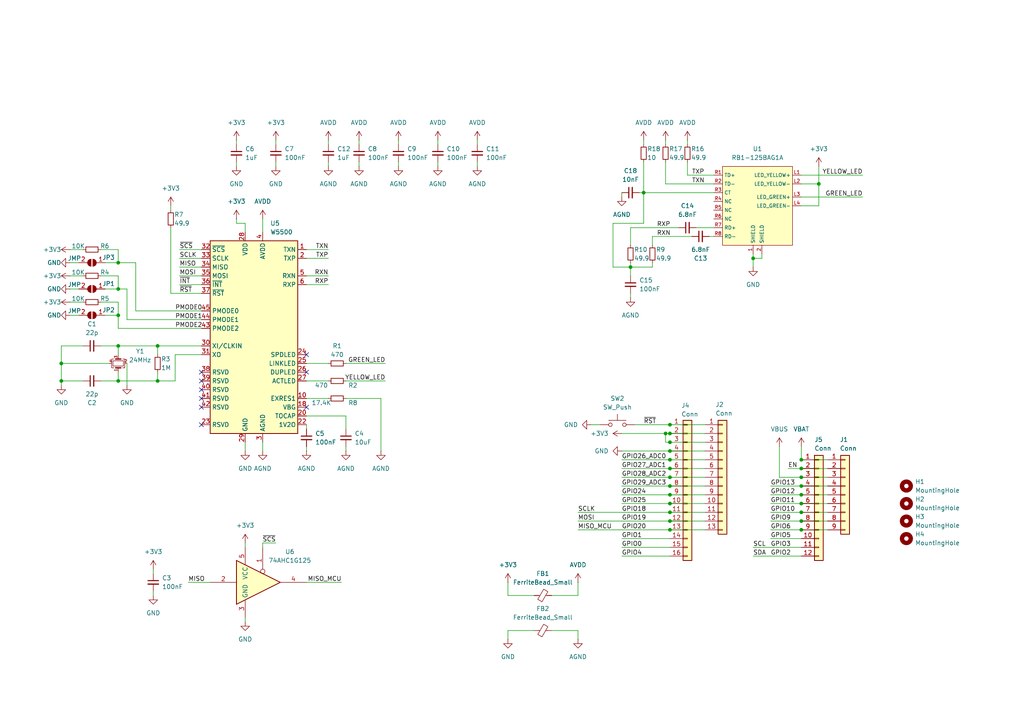
<source format=kicad_sch>
(kicad_sch (version 20231120) (generator "eeschema") (generator_version "8.0")
  (paper "A4")
  (junction (at 232.41 135.89))
  (junction (at 194.31 148.59))
  (junction (at 186.69 55.88))
  (junction (at 45.72 100.33))
  (junction (at 232.41 153.67))
  (junction (at 194.31 123.19))
  (junction (at -138.43 104.14))
  (junction (at 34.29 83.82))
  (junction (at -123.19 87.63))
  (junction (at 34.29 110.49))
  (junction (at 34.29 76.2))
  (junction (at 232.41 146.05))
  (junction (at 34.29 100.33))
  (junction (at 17.78 110.49))
  (junction (at 194.31 128.27))
  (junction (at 34.29 91.44))
  (junction (at 17.78 105.41))
  (junction (at 194.31 133.35))
  (junction (at 194.31 143.51))
  (junction (at 232.41 151.13))
  (junction (at 232.41 133.35))
  (junction (at 194.31 135.89))
  (junction (at 218.44 74.93))
  (junction (at 232.41 140.97))
  (junction (at 194.31 140.97))
  (junction (at 194.31 151.13))
  (junction (at 194.31 153.67))
  (junction (at 45.72 110.49))
  (junction (at 232.41 138.43))
  (junction (at 194.31 146.05))
  (junction (at 232.41 143.51))
  (junction (at 182.88 77.47))
  (junction (at 194.31 125.73))
  (junction (at 194.31 130.81))
  (junction (at 237.49 53.34))
  (junction (at 232.41 148.59))
  (junction (at 194.31 138.43))
  (junction (at 193.04 125.73))
  (no_connect (at 88.9 118.11))
  (no_connect (at 58.42 110.49))
  (no_connect (at 58.42 118.11))
  (no_connect (at 58.42 115.57))
  (no_connect (at 58.42 113.03))
  (no_connect (at 58.42 107.95))
  (no_connect (at 58.42 123.19))
  (no_connect (at 88.9 107.95))
  (no_connect (at 88.9 102.87))
  (wire (pts (xy 240.03 135.89) (xy 232.41 135.89)))
  (wire (pts (xy 182.88 71.12) (xy 182.88 66.04)))
  (wire (pts (xy 193.04 53.34) (xy 207.01 53.34)))
  (wire (pts (xy 204.47 153.67) (xy 194.31 153.67)))
  (wire (pts (xy -125.73 97.79) (xy -123.19 97.79)))
  (wire (pts (xy 20.32 91.44) (xy 22.86 91.44)))
  (wire (pts (xy 95.25 80.01) (xy 88.9 80.01)))
  (wire (pts (xy 232.41 129.54) (xy 232.41 133.35)))
  (wire (pts (xy 110.49 115.57) (xy 100.33 115.57)))
  (wire (pts (xy 199.39 46.99) (xy 199.39 50.8)))
  (wire (pts (xy 138.43 40.64) (xy 138.43 41.91)))
  (wire (pts (xy 34.29 107.95) (xy 34.29 110.49)))
  (wire (pts (xy 29.21 100.33) (xy 34.29 100.33)))
  (wire (pts (xy 147.32 182.88) (xy 147.32 185.42)))
  (wire (pts (xy -186.69 87.63) (xy -168.91 87.63)))
  (wire (pts (xy 49.53 59.69) (xy 49.53 60.96)))
  (wire (pts (xy -138.43 105.41) (xy -138.43 104.14)))
  (wire (pts (xy 34.29 95.25) (xy 34.29 91.44)))
  (wire (pts (xy 167.64 151.13) (xy 194.31 151.13)))
  (wire (pts (xy 88.9 168.91) (xy 99.06 168.91)))
  (wire (pts (xy 147.32 172.72) (xy 154.94 172.72)))
  (wire (pts (xy -186.69 83.82) (xy -186.69 87.63)))
  (wire (pts (xy 36.83 83.82) (xy 34.29 83.82)))
  (wire (pts (xy 45.72 100.33) (xy 45.72 102.87)))
  (wire (pts (xy 205.74 68.58) (xy 207.01 68.58)))
  (wire (pts (xy 115.57 40.64) (xy 115.57 41.91)))
  (wire (pts (xy 34.29 72.39) (xy 34.29 76.2)))
  (wire (pts (xy 180.34 125.73) (xy 193.04 125.73)))
  (wire (pts (xy -193.04 83.82) (xy -193.04 90.17)))
  (wire (pts (xy 199.39 50.8) (xy 207.01 50.8)))
  (wire (pts (xy 76.2 128.27) (xy 76.2 130.81)))
  (wire (pts (xy 218.44 77.47) (xy 218.44 74.93)))
  (wire (pts (xy 100.33 105.41) (xy 111.76 105.41)))
  (wire (pts (xy 104.14 48.26) (xy 104.14 46.99)))
  (wire (pts (xy 180.34 140.97) (xy 194.31 140.97)))
  (wire (pts (xy 29.21 72.39) (xy 34.29 72.39)))
  (wire (pts (xy 95.25 40.64) (xy 95.25 41.91)))
  (wire (pts (xy 204.47 138.43) (xy 194.31 138.43)))
  (wire (pts (xy 34.29 100.33) (xy 34.29 102.87)))
  (wire (pts (xy 20.32 72.39) (xy 24.13 72.39)))
  (wire (pts (xy 167.64 168.91) (xy 167.64 172.72)))
  (wire (pts (xy 240.03 153.67) (xy 232.41 153.67)))
  (wire (pts (xy 180.34 133.35) (xy 194.31 133.35)))
  (wire (pts (xy 88.9 123.19) (xy 88.9 124.46)))
  (wire (pts (xy 204.47 125.73) (xy 194.31 125.73)))
  (wire (pts (xy 36.83 92.71) (xy 36.83 83.82)))
  (wire (pts (xy 240.03 148.59) (xy 232.41 148.59)))
  (wire (pts (xy 17.78 105.41) (xy 31.75 105.41)))
  (wire (pts (xy 88.9 120.65) (xy 100.33 120.65)))
  (wire (pts (xy 39.37 90.17) (xy 58.42 90.17)))
  (wire (pts (xy 29.21 110.49) (xy 34.29 110.49)))
  (wire (pts (xy 71.12 157.48) (xy 71.12 158.75)))
  (wire (pts (xy 189.23 77.47) (xy 182.88 77.47)))
  (wire (pts (xy 204.47 140.97) (xy 194.31 140.97)))
  (wire (pts (xy 54.61 168.91) (xy 60.96 168.91)))
  (wire (pts (xy 44.45 165.1) (xy 44.45 166.37)))
  (wire (pts (xy 138.43 48.26) (xy 138.43 46.99)))
  (wire (pts (xy 223.52 156.21) (xy 232.41 156.21)))
  (wire (pts (xy 95.25 48.26) (xy 95.25 46.99)))
  (wire (pts (xy -175.26 92.71) (xy -168.91 92.71)))
  (wire (pts (xy 182.88 66.04) (xy 196.85 66.04)))
  (wire (pts (xy 88.9 115.57) (xy 95.25 115.57)))
  (wire (pts (xy 185.42 55.88) (xy 186.69 55.88)))
  (wire (pts (xy 232.41 59.69) (xy 237.49 59.69)))
  (wire (pts (xy 232.41 50.8) (xy 250.19 50.8)))
  (wire (pts (xy 34.29 91.44) (xy 30.48 91.44)))
  (wire (pts (xy 52.07 72.39) (xy 58.42 72.39)))
  (wire (pts (xy 36.83 105.41) (xy 36.83 111.76)))
  (wire (pts (xy 95.25 72.39) (xy 88.9 72.39)))
  (wire (pts (xy 240.03 133.35) (xy 232.41 133.35)))
  (wire (pts (xy 194.31 128.27) (xy 193.04 128.27)))
  (wire (pts (xy 232.41 53.34) (xy 237.49 53.34)))
  (wire (pts (xy 29.21 87.63) (xy 34.29 87.63)))
  (wire (pts (xy 193.04 128.27) (xy 193.04 125.73)))
  (wire (pts (xy -125.73 95.25) (xy -110.49 95.25)))
  (wire (pts (xy 218.44 74.93) (xy 218.44 73.66)))
  (wire (pts (xy 177.8 77.47) (xy 177.8 64.77)))
  (wire (pts (xy 17.78 105.41) (xy 17.78 110.49)))
  (wire (pts (xy 186.69 64.77) (xy 186.69 55.88)))
  (wire (pts (xy 223.52 151.13) (xy 232.41 151.13)))
  (wire (pts (xy 127 48.26) (xy 127 46.99)))
  (wire (pts (xy 147.32 168.91) (xy 147.32 172.72)))
  (wire (pts (xy 100.33 130.81) (xy 100.33 129.54)))
  (wire (pts (xy 154.94 182.88) (xy 147.32 182.88)))
  (wire (pts (xy -175.26 97.79) (xy -168.91 97.79)))
  (wire (pts (xy 220.98 73.66) (xy 220.98 74.93)))
  (wire (pts (xy 34.29 100.33) (xy 45.72 100.33)))
  (wire (pts (xy 110.49 130.81) (xy 110.49 115.57)))
  (wire (pts (xy 100.33 110.49) (xy 111.76 110.49)))
  (wire (pts (xy 204.47 146.05) (xy 194.31 146.05)))
  (wire (pts (xy -123.19 97.79) (xy -123.19 87.63)))
  (wire (pts (xy 52.07 80.01) (xy 58.42 80.01)))
  (wire (pts (xy 160.02 182.88) (xy 167.64 182.88)))
  (wire (pts (xy 80.01 157.48) (xy 76.2 157.48)))
  (wire (pts (xy 186.69 55.88) (xy 207.01 55.88)))
  (wire (pts (xy 180.34 138.43) (xy 194.31 138.43)))
  (wire (pts (xy 20.32 76.2) (xy 22.86 76.2)))
  (wire (pts (xy 189.23 68.58) (xy 200.66 68.58)))
  (wire (pts (xy 104.14 40.64) (xy 104.14 41.91)))
  (wire (pts (xy 204.47 133.35) (xy 194.31 133.35)))
  (wire (pts (xy 39.37 76.2) (xy 34.29 76.2)))
  (wire (pts (xy 76.2 63.5) (xy 76.2 67.31)))
  (wire (pts (xy 204.47 135.89) (xy 194.31 135.89)))
  (wire (pts (xy 20.32 87.63) (xy 24.13 87.63)))
  (wire (pts (xy 167.64 182.88) (xy 167.64 185.42)))
  (wire (pts (xy 180.34 146.05) (xy 194.31 146.05)))
  (wire (pts (xy 52.07 74.93) (xy 58.42 74.93)))
  (wire (pts (xy 34.29 87.63) (xy 34.29 91.44)))
  (wire (pts (xy 186.69 40.64) (xy 186.69 41.91)))
  (wire (pts (xy -180.34 85.09) (xy -168.91 85.09)))
  (wire (pts (xy 36.83 92.71) (xy 58.42 92.71)))
  (wire (pts (xy 240.03 140.97) (xy 232.41 140.97)))
  (wire (pts (xy 45.72 100.33) (xy 58.42 100.33)))
  (wire (pts (xy 193.04 40.64) (xy 193.04 41.91)))
  (wire (pts (xy -133.35 104.14) (xy -138.43 104.14)))
  (wire (pts (xy 34.29 110.49) (xy 45.72 110.49)))
  (wire (pts (xy -193.04 90.17) (xy -168.91 90.17)))
  (wire (pts (xy 189.23 76.2) (xy 189.23 77.47)))
  (wire (pts (xy 204.47 128.27) (xy 194.31 128.27)))
  (wire (pts (xy 171.45 123.19) (xy 173.99 123.19)))
  (wire (pts (xy 226.06 129.54) (xy 226.06 138.43)))
  (wire (pts (xy 17.78 110.49) (xy 17.78 111.76)))
  (wire (pts (xy 34.29 80.01) (xy 34.29 83.82)))
  (wire (pts (xy 45.72 107.95) (xy 45.72 110.49)))
  (wire (pts (xy 17.78 100.33) (xy 17.78 105.41)))
  (wire (pts (xy 182.88 86.36) (xy 182.88 85.09)))
  (wire (pts (xy 34.29 95.25) (xy 58.42 95.25)))
  (wire (pts (xy 177.8 64.77) (xy 186.69 64.77)))
  (wire (pts (xy 45.72 110.49) (xy 50.8 110.49)))
  (wire (pts (xy -123.19 87.63) (xy -123.19 82.55)))
  (wire (pts (xy 189.23 71.12) (xy 189.23 68.58)))
  (wire (pts (xy 218.44 158.75) (xy 232.41 158.75)))
  (wire (pts (xy 220.98 74.93) (xy 218.44 74.93)))
  (wire (pts (xy 58.42 102.87) (xy 50.8 102.87)))
  (wire (pts (xy 17.78 110.49) (xy 24.13 110.49)))
  (wire (pts (xy 115.57 48.26) (xy 115.57 46.99)))
  (wire (pts (xy -125.73 87.63) (xy -123.19 87.63)))
  (wire (pts (xy 39.37 90.17) (xy 39.37 76.2)))
  (wire (pts (xy 240.03 143.51) (xy 232.41 143.51)))
  (wire (pts (xy 180.34 130.81) (xy 194.31 130.81)))
  (wire (pts (xy 204.47 143.51) (xy 194.31 143.51)))
  (wire (pts (xy 223.52 148.59) (xy 232.41 148.59)))
  (wire (pts (xy 180.34 158.75) (xy 194.31 158.75)))
  (wire (pts (xy -180.34 83.82) (xy -180.34 85.09)))
  (wire (pts (xy 50.8 102.87) (xy 50.8 110.49)))
  (wire (pts (xy 204.47 148.59) (xy 194.31 148.59)))
  (wire (pts (xy 228.6 135.89) (xy 232.41 135.89)))
  (wire (pts (xy 80.01 48.26) (xy 80.01 46.99)))
  (wire (pts (xy 182.88 77.47) (xy 182.88 80.01)))
  (wire (pts (xy 167.64 148.59) (xy 194.31 148.59)))
  (wire (pts (xy 71.12 180.34) (xy 71.12 179.07)))
  (wire (pts (xy 180.34 156.21) (xy 194.31 156.21)))
  (wire (pts (xy 95.25 74.93) (xy 88.9 74.93)))
  (wire (pts (xy 204.47 130.81) (xy 194.31 130.81)))
  (wire (pts (xy 71.12 128.27) (xy 71.12 130.81)))
  (wire (pts (xy 223.52 153.67) (xy 232.41 153.67)))
  (wire (pts (xy -133.35 102.87) (xy -133.35 104.14)))
  (wire (pts (xy 127 40.64) (xy 127 41.91)))
  (wire (pts (xy 95.25 82.55) (xy 88.9 82.55)))
  (wire (pts (xy 49.53 85.09) (xy 58.42 85.09)))
  (wire (pts (xy 237.49 53.34) (xy 237.49 48.26)))
  (wire (pts (xy 167.64 153.67) (xy 194.31 153.67)))
  (wire (pts (xy 52.07 77.47) (xy 58.42 77.47)))
  (wire (pts (xy 68.58 48.26) (xy 68.58 46.99)))
  (wire (pts (xy 193.04 125.73) (xy 194.31 125.73)))
  (wire (pts (xy 44.45 172.72) (xy 44.45 171.45)))
  (wire (pts (xy 223.52 140.97) (xy 232.41 140.97)))
  (wire (pts (xy 180.34 143.51) (xy 194.31 143.51)))
  (wire (pts (xy 180.34 161.29) (xy 194.31 161.29)))
  (wire (pts (xy -138.43 104.14) (xy -138.43 102.87)))
  (wire (pts (xy 240.03 151.13) (xy 232.41 151.13)))
  (wire (pts (xy 49.53 66.04) (xy 49.53 85.09)))
  (wire (pts (xy 223.52 146.05) (xy 232.41 146.05)))
  (wire (pts (xy 226.06 138.43) (xy 232.41 138.43)))
  (wire (pts (xy 186.69 46.99) (xy 186.69 55.88)))
  (wire (pts (xy 95.25 105.41) (xy 88.9 105.41)))
  (wire (pts (xy 80.01 40.64) (xy 80.01 41.91)))
  (wire (pts (xy 29.21 80.01) (xy 34.29 80.01)))
  (wire (pts (xy 204.47 151.13) (xy 194.31 151.13)))
  (wire (pts (xy 20.32 83.82) (xy 22.86 83.82)))
  (wire (pts (xy 180.34 57.15) (xy 180.34 55.88)))
  (wire (pts (xy 182.88 76.2) (xy 182.88 77.47)))
  (wire (pts (xy -125.73 85.09) (xy -110.49 85.09)))
  (wire (pts (xy 201.93 66.04) (xy 207.01 66.04)))
  (wire (pts (xy 180.34 135.89) (xy 194.31 135.89)))
  (wire (pts (xy 167.64 172.72) (xy 160.02 172.72)))
  (wire (pts (xy 182.88 77.47) (xy 177.8 77.47)))
  (wire (pts (xy 204.47 123.19) (xy 194.31 123.19)))
  (wire (pts (xy 68.58 64.77) (xy 71.12 64.77)))
  (wire (pts (xy 76.2 157.48) (xy 76.2 158.75)))
  (wire (pts (xy 34.29 83.82) (xy 30.48 83.82)))
  (wire (pts (xy 68.58 63.5) (xy 68.58 64.77)))
  (wire (pts (xy 232.41 57.15) (xy 250.19 57.15)))
  (wire (pts (xy 100.33 120.65) (xy 100.33 124.46)))
  (wire (pts (xy 24.13 100.33) (xy 17.78 100.33)))
  (wire (pts (xy 20.32 80.01) (xy 24.13 80.01)))
  (wire (pts (xy 218.44 161.29) (xy 232.41 161.29)))
  (wire (pts (xy 184.15 123.19) (xy 194.31 123.19)))
  (wire (pts (xy 240.03 138.43) (xy 232.41 138.43)))
  (wire (pts (xy 71.12 64.77) (xy 71.12 67.31)))
  (wire (pts (xy 240.03 146.05) (xy 232.41 146.05)))
  (wire (pts (xy 95.25 110.49) (xy 88.9 110.49)))
  (wire (pts (xy 193.04 46.99) (xy 193.04 53.34)))
  (wire (pts (xy 68.58 40.64) (xy 68.58 41.91)))
  (wire (pts (xy 34.29 76.2) (xy 30.48 76.2)))
  (wire (pts (xy 88.9 130.81) (xy 88.9 129.54)))
  (wire (pts (xy 199.39 40.64) (xy 199.39 41.91)))
  (wire (pts (xy 223.52 143.51) (xy 232.41 143.51)))
  (wire (pts (xy 52.07 82.55) (xy 58.42 82.55)))
  (wire (pts (xy 237.49 59.69) (xy 237.49 53.34)))
  (label "EN" (at 228.6 135.89 0))
  (label "TXP" (at -170.18 85.09 180))
  (label "SDA" (at 218.44 161.29 0))
  (label "GPIO18" (at 180.34 148.59 0))
  (label "TXN" (at -170.18 90.17 180))
  (label "TXN" (at 95.25 72.39 180))
  (label "GPIO20" (at 180.34 153.67 0))
  (label "YELLOW_LED" (at 250.19 50.8 180))
  (label "MOSI" (at 52.07 80.01 0))
  (label "GPIO10" (at 223.52 148.59 0))
  (label "SCL" (at 218.44 158.75 0))
  (label "YELLOW_LED" (at -110.49 85.09 180))
  (label "GREEN_LED" (at 250.19 57.15 180))
  (label "RXN" (at -175.26 97.79 0))
  (label "GPIO27_ADC1" (at 180.34 135.89 0))
  (label "MOSI" (at 167.64 151.13 0))
  (label "GPIO12" (at 223.52 143.51 0))
  (label "MISO_MCU" (at 167.64 153.67 0))
  (label "GPIO28_ADC2" (at 180.34 138.43 0))
  (label "GPIO25" (at 180.34 146.05 0))
  (label "GPIO19" (at 180.34 151.13 0))
  (label "GPIO29_ADC3" (at 180.34 140.97 0))
  (label "PMODE0" (at 50.8 90.17 0))
  (label "RXP" (at -175.26 92.71 0))
  (label "~{SCS}" (at 52.07 72.39 0))
  (label "GPIO9" (at 223.52 151.13 0))
  (label "TXP" (at 200.66 50.8 0))
  (label "SCLK" (at 167.64 148.59 0))
  (label "GPIO0" (at 180.34 158.75 0))
  (label "RXN" (at 95.25 80.01 180))
  (label "~{SCS}" (at 80.01 157.48 180))
  (label "RXN" (at 190.5 68.58 0))
  (label "MISO" (at 52.07 77.47 0))
  (label "SCLK" (at 52.07 74.93 0))
  (label "GREEN_LED" (at 111.76 105.41 180))
  (label "GPIO2" (at 223.52 161.29 0))
  (label "GPIO26_ADC0" (at 180.34 133.35 0))
  (label "GPIO6" (at 223.52 153.67 0))
  (label "GPIO4" (at 180.34 161.29 0))
  (label "~{INT}" (at 52.07 82.55 0))
  (label "MISO" (at 54.61 168.91 0))
  (label "TXP" (at 95.25 74.93 180))
  (label "~{RST}" (at 186.69 123.19 0))
  (label "~{RST}" (at 52.07 85.09 0))
  (label "PMODE1" (at 50.8 92.71 0))
  (label "GPIO13" (at 223.52 140.97 0))
  (label "GPIO3" (at 223.52 158.75 0))
  (label "RXP" (at 95.25 82.55 180))
  (label "GPIO11" (at 223.52 146.05 0))
  (label "YELLOW_LED" (at 111.76 110.49 180))
  (label "GPIO1" (at 180.34 156.21 0))
  (label "GPIO5" (at 223.52 156.21 0))
  (label "TXN" (at 200.66 53.34 0))
  (label "RXP" (at 190.5 66.04 0))
  (label "MISO_MCU" (at 99.06 168.91 180))
  (label "GPIO24" (at 180.34 143.51 0))
  (label "PMODE2" (at 50.8 95.25 0))
  (label "GREEN_LED" (at -110.49 95.25 180))
  (symbol (lib_name "+3V3_3") (lib_id "power:+3V3") (at 127 40.64 0) (unit 1)
    (property "Reference" "#PWR031" (effects (hide yes)))
    (property "Value" "AVDD" (at 127 35.56 0))
    (property "Description" "Power symbol creates a global label with name \"+3V3\"" (effects (hide yes)))
  )
  (symbol (lib_id "Device:R_Small") (at 199.39 44.45 0) (unit 1)
    (property "Reference" "R16" (at 200.406 43.18 0) (effects (justify left)))
    (property "Value" "49.9" (at 200.406 45.72 0) (effects (justify left)))
    (property "Footprint" "Resistor_SMD:R_0402_1005Metric" (effects (hide yes)))
    (property "Description" "Resistor, small symbol" (effects (hide yes)))
  )
  (symbol (lib_id "Device:R_Small") (at 49.53 63.5 0) (unit 1)
    (property "Reference" "R7" (at 50.546 62.23 0) (effects (justify left)))
    (property "Value" "49.9" (at 50.546 64.77 0) (effects (justify left)))
    (property "Footprint" "Resistor_SMD:R_0402_1005Metric" (effects (hide yes)))
    (property "Description" "Resistor, small symbol" (effects (hide yes)))
  )
  (symbol (lib_id "power:GND") (at 17.78 111.76 0) (unit 1)
    (property "Reference" "#PWR06" (effects (hide yes)))
    (property "Value" "GND" (at 17.78 116.84 0))
    (property "Description" "Power symbol creates a global label with name \"GND\" , ground" (effects (hide yes)))
  )
  (symbol (lib_name "+3V3_1") (lib_id "power:+3V3") (at 237.49 48.26 0) (unit 1)
    (property "Reference" "#PWR040" (effects (hide yes)))
    (property "Value" "+3V3" (at 237.49 43.18 0))
    (property "Description" "Power symbol creates a global label with name \"+3V3\"" (effects (hide yes)))
  )
  (symbol (lib_id "Device:C_Small") (at 182.88 82.55 0) (unit 1)
    (property "Reference" "C15" (at 185.42 81.2862 0) (effects (justify left)))
    (property "Value" "100nF" (at 185.42 83.8262 0) (effects (justify left)))
    (property "Footprint" "Capacitor_SMD:C_0402_1005Metric" (effects (hide yes)))
    (property "Description" "Unpolarized capacitor, small symbol" (effects (hide yes)))
  )
  (symbol (lib_id "Device:C_Small") (at 127 44.45 0) (unit 1)
    (property "Reference" "C10" (at 129.54 43.1862 0) (effects (justify left)))
    (property "Value" "100nF" (at 129.54 45.7262 0) (effects (justify left)))
    (property "Footprint" "Capacitor_SMD:C_0402_1005Metric" (effects (hide yes)))
    (property "Description" "Unpolarized capacitor, small symbol" (effects (hide yes)))
  )
  (symbol (lib_id "power:VBUS") (at 226.06 129.54 0) (unit 1)
    (property "Reference" "#PWR058" (effects (hide yes)))
    (property "Value" "VBUS" (at 226.06 124.46 0))
    (property "Description" "Power symbol creates a global label with name \"VBUS\"" (effects (hide yes)))
  )
  (symbol (lib_id "power:GND") (at 20.32 91.44 270) (unit 1)
    (property "Reference" "#PWR012" (effects (hide yes)))
    (property "Value" "GND" (at 17.78 91.4399 90) (effects (justify right)))
    (property "Description" "Power symbol creates a global label with name \"GND\" , ground" (effects (hide yes)))
  )
  (symbol (lib_id "Device:C_Small") (at 80.01 44.45 0) (unit 1)
    (property "Reference" "C7" (at 82.55 43.1862 0) (effects (justify left)))
    (property "Value" "100nF" (at 82.55 45.7262 0) (effects (justify left)))
    (property "Footprint" "Capacitor_SMD:C_0402_1005Metric" (effects (hide yes)))
    (property "Description" "Unpolarized capacitor, small symbol" (effects (hide yes)))
  )
  (symbol (lib_name "+3V3_2") (lib_id "power:+3V3") (at 199.39 40.64 0) (unit 1)
    (property "Reference" "#PWR066" (effects (hide yes)))
    (property "Value" "AVDD" (at 199.39 35.56 0))
    (property "Description" "Power symbol creates a global label with name \"+3V3\"" (effects (hide yes)))
  )
  (symbol (lib_name "+3V3_1") (lib_id "power:+3V3") (at 44.45 165.1 0) (unit 1)
    (property "Reference" "#PWR07" (effects (hide yes)))
    (property "Value" "+3V3" (at 44.45 160.02 0))
    (property "Description" "Power symbol creates a global label with name \"+3V3\"" (effects (hide yes)))
  )
  (symbol (lib_id "Mechanical:MountingHole") (at 262.89 146.05 0) (unit 1) (in_bom no)
    (property "Reference" "H2" (at 265.43 144.7799 0) (effects (justify left)))
    (property "Value" "MountingHole" (at 265.43 147.3199 0) (effects (justify left)))
    (property "Footprint" "MountingHole:MountingHole_2.5mm" (effects (hide yes)))
    (property "Description" "Mounting Hole without connection" (effects (hide yes)))
  )
  (symbol (lib_id "power:+3V3") (at 180.34 125.73 90) (unit 1)
    (property "Reference" "#PWR053" (effects (hide yes)))
    (property "Value" "+3V3" (at 176.53 125.7299 90) (effects (justify left)))
    (property "Description" "Power symbol creates a global label with name \"+3V3\"" (effects (hide yes)))
  )
  (symbol (lib_id "Mechanical:MountingHole") (at 262.89 140.97 0) (unit 1) (in_bom no)
    (property "Reference" "H1" (at 265.43 139.6999 0) (effects (justify left)))
    (property "Value" "MountingHole" (at 265.43 142.2399 0) (effects (justify left)))
    (property "Footprint" "MountingHole:MountingHole_2.5mm" (effects (hide yes)))
    (property "Description" "Mounting Hole without connection" (effects (hide yes)))
  )
  (symbol (lib_name "+3V3_1") (lib_id "power:+3V3") (at 68.58 40.64 0) (unit 1)
    (property "Reference" "#PWR025" (effects (hide yes)))
    (property "Value" "+3V3" (at 68.58 35.56 0))
    (property "Description" "Power symbol creates a global label with name \"+3V3\"" (effects (hide yes)))
  )
  (symbol (lib_name "GND_4") (lib_id "power:GND") (at 115.57 48.26 0) (unit 1)
    (property "Reference" "#PWR032" (effects (hide yes)))
    (property "Value" "AGND" (at 115.57 53.34 0))
    (property "Description" "Power symbol creates a global label with name \"GND\" , ground" (effects (hide yes)))
  )
  (symbol (lib_id "Device:C_Small") (at 182.88 55.88 90) (unit 1)
    (property "Reference" "C18" (at 182.8863 49.53 90))
    (property "Value" "10nF" (at 182.8863 52.07 90))
    (property "Footprint" "Capacitor_SMD:C_0402_1005Metric" (effects (hide yes)))
    (property "Description" "Unpolarized capacitor, small symbol" (effects (hide yes)))
  )
  (symbol (lib_id "power:GND") (at 171.45 123.19 270) (unit 1)
    (property "Reference" "#PWR022" (effects (hide yes)))
    (property "Value" "GND" (at 167.64 123.1899 90) (effects (justify right)))
    (property "Description" "Power symbol creates a global label with name \"GND\" , ground" (effects (hide yes)))
  )
  (symbol (lib_name "+3V3_1") (lib_id "power:+3V3") (at 68.58 63.5 0) (unit 1)
    (property "Reference" "#PWR016" (effects (hide yes)))
    (property "Value" "+3V3" (at 68.58 58.42 0))
    (property "Description" "Power symbol creates a global label with name \"+3V3\"" (effects (hide yes)))
  )
  (symbol (lib_name "GND_2") (lib_id "power:GND") (at -138.43 105.41 0) (unit 1)
    (property "Reference" "#PWR071" (effects (hide yes)))
    (property "Value" "GND" (at -138.43 110.49 0))
    (property "Description" "Power symbol creates a global label with name \"GND\" , ground" (effects (hide yes)))
  )
  (symbol (lib_id "power:GND") (at 44.45 172.72 0) (unit 1)
    (property "Reference" "#PWR08" (effects (hide yes)))
    (property "Value" "GND" (at 44.45 177.8 0))
    (property "Description" "Power symbol creates a global label with name \"GND\" , ground" (effects (hide yes)))
  )
  (symbol (lib_id "power:GND") (at 36.83 111.76 0) (unit 1)
    (property "Reference" "#PWR05" (effects (hide yes)))
    (property "Value" "GND" (at 36.83 116.84 0))
    (property "Description" "Power symbol creates a global label with name \"GND\" , ground" (effects (hide yes)))
  )
  (symbol (lib_id "Connector_Generic:Conn_01x09") (at 245.11 143.51 0) (unit 1)
    (property "Reference" "J1" (at 243.586 127.508 0) (effects (justify left)))
    (property "Value" "Conn" (at 243.586 130.048 0) (effects (justify left)))
    (property "Footprint" "Connector_PinHeader_2.54mm:PinHeader_1x09_P2.54mm_Vertical" (effects (hide yes)))
    (property "Description" "Generic connector, single row, 01x09, script generated (kicad-library-utils/schlib/autogen/connector/)" (effects (hide yes)))
  )
  (symbol (lib_name "GND_1") (lib_id "power:GND") (at 71.12 130.81 0) (unit 1)
    (property "Reference" "#PWR061" (effects (hide yes)))
    (property "Value" "GND" (at 71.12 135.89 0))
    (property "Description" "Power symbol creates a global label with name \"GND\" , ground" (effects (hide yes)))
  )
  (symbol (lib_name "+3V3_3") (lib_id "power:+3V3") (at 147.32 168.91 0) (unit 1)
    (property "Reference" "#PWR01" (effects (hide yes)))
    (property "Value" "+3V3" (at 147.32 163.83 0))
    (property "Description" "Power symbol creates a global label with name \"+3V3\"" (effects (hide yes)))
  )
  (symbol (lib_id "Device:C_Small") (at 44.45 168.91 0) (unit 1)
    (property "Reference" "C3" (at 46.99 167.6462 0) (effects (justify left)))
    (property "Value" "100nF" (at 46.99 170.1862 0) (effects (justify left)))
    (property "Footprint" "Capacitor_SMD:C_0402_1005Metric" (effects (hide yes)))
    (property "Description" "Unpolarized capacitor, small symbol" (effects (hide yes)))
  )
  (symbol (lib_name "+3V3_1") (lib_id "power:+3V3") (at 20.32 80.01 90) (unit 1)
    (property "Reference" "#PWR09" (effects (hide yes)))
    (property "Value" "+3V3" (at 17.78 80.0099 90) (effects (justify left)))
    (property "Description" "Power symbol creates a global label with name \"+3V3\"" (effects (hide yes)))
  )
  (symbol (lib_name "GND_4") (lib_id "power:GND") (at 180.34 57.15 0) (unit 1)
    (property "Reference" "#PWR039" (effects (hide yes)))
    (property "Value" "AGND" (at 180.34 62.23 0))
    (property "Description" "Power symbol creates a global label with name \"GND\" , ground" (effects (hide yes)))
  )
  (symbol (lib_id "Jumper:SolderJumper_2_Open") (at 26.67 76.2 180) (unit 1)
    (property "Reference" "JP3" (at 31.496 74.676 0))
    (property "Value" "JMP" (at 21.59 74.93 0))
    (property "Footprint" "Jumper:SolderJumper-2_P1.3mm_Open_RoundedPad1.0x1.5mm" (effects (hide yes)))
    (property "Description" "Solder Jumper, 2-pole, open" (effects (hide yes)))
  )
  (symbol (lib_name "GND_4") (lib_id "power:GND") (at 182.88 86.36 0) (unit 1)
    (property "Reference" "#PWR038" (effects (hide yes)))
    (property "Value" "AGND" (at 182.88 91.44 0))
    (property "Description" "Power symbol creates a global label with name \"GND\" , ground" (effects (hide yes)))
  )
  (symbol (lib_name "+3V3_3") (lib_id "power:+3V3") (at 138.43 40.64 0) (unit 1)
    (property "Reference" "#PWR033" (effects (hide yes)))
    (property "Value" "AVDD" (at 138.43 35.56 0))
    (property "Description" "Power symbol creates a global label with name \"+3V3\"" (effects (hide yes)))
  )
  (symbol (lib_name "GND_4") (lib_id "power:GND") (at 138.43 48.26 0) (unit 1)
    (property "Reference" "#PWR036" (effects (hide yes)))
    (property "Value" "AGND" (at 138.43 53.34 0))
    (property "Description" "Power symbol creates a global label with name \"GND\" , ground" (effects (hide yes)))
  )
  (symbol (lib_name "GND_4") (lib_id "power:GND") (at 76.2 130.81 0) (unit 1)
    (property "Reference" "#PWR020" (effects (hide yes)))
    (property "Value" "AGND" (at 76.2 135.89 0))
    (property "Description" "Power symbol creates a global label with name \"GND\" , ground" (effects (hide yes)))
  )
  (symbol (lib_id "Interface_Ethernet:W5500") (at 73.66 97.79 0) (unit 1)
    (property "Reference" "U5" (at 78.3941 64.77 0) (effects (justify left)))
    (property "Value" "W5500" (at 78.3941 67.31 0) (effects (justify left)))
    (property "Footprint" "Package_QFP:LQFP-48_7x7mm_P0.5mm" (effects (hide yes)))
    (property "Datasheet" "http://wizwiki.net/wiki/lib/exe/fetch.php/products:w5500:w5500_ds_v109e.pdf" (effects (hide yes)))
    (property "Description" "10/100Mb SPI Ethernet controller with TCP/IP stack, LQFP-48" (effects (hide yes)))
  )
  (symbol (lib_id "power:GND") (at 68.58 48.26 0) (unit 1)
    (property "Reference" "#PWR023" (effects (hide yes)))
    (property "Value" "GND" (at 68.58 53.34 0))
    (property "Description" "Power symbol creates a global label with name \"GND\" , ground" (effects (hide yes)))
  )
  (symbol (lib_name "GND_4") (lib_id "power:GND") (at 127 48.26 0) (unit 1)
    (property "Reference" "#PWR034" (effects (hide yes)))
    (property "Value" "AGND" (at 127 53.34 0))
    (property "Description" "Power symbol creates a global label with name \"GND\" , ground" (effects (hide yes)))
  )
  (symbol (lib_name "GND_4") (lib_id "power:GND") (at 147.32 185.42 0) (unit 1)
    (property "Reference" "#PWR02" (effects (hide yes)))
    (property "Value" "GND" (at 147.32 190.5 0))
    (property "Description" "Power symbol creates a global label with name \"GND\" , ground" (effects (hide yes)))
  )
  (symbol (lib_id "power:VBUS") (at 232.41 129.54 0) (unit 1)
    (property "Reference" "#PWR057" (effects (hide yes)))
    (property "Value" "VBAT" (at 232.41 124.46 0))
    (property "Description" "Power symbol creates a global label with name \"VBUS\"" (effects (hide yes)))
  )
  (symbol (lib_name "+3V3_1") (lib_id "power:+3V3") (at 20.32 87.63 90) (unit 1)
    (property "Reference" "#PWR011" (effects (hide yes)))
    (property "Value" "+3V3" (at 17.78 87.6299 90) (effects (justify left)))
    (property "Description" "Power symbol creates a global label with name \"+3V3\"" (effects (hide yes)))
  )
  (symbol (lib_id "Device:R_Small") (at 186.69 44.45 0) (unit 1)
    (property "Reference" "R18" (at 187.706 43.18 0) (effects (justify left)))
    (property "Value" "10" (at 187.706 45.72 0) (effects (justify left)))
    (property "Footprint" "Resistor_SMD:R_0402_1005Metric" (effects (hide yes)))
    (property "Description" "Resistor, small symbol" (effects (hide yes)))
  )
  (symbol (lib_id "Device:R_Small") (at 97.79 110.49 90) (mirror x) (unit 1)
    (property "Reference" "R2" (at 102.362 111.76 90))
    (property "Value" "470" (at 93.218 111.76 90))
    (property "Footprint" "Resistor_SMD:R_0402_1005Metric" (effects (hide yes)))
    (property "Description" "Resistor, small symbol" (effects (hide yes)))
  )
  (symbol (lib_id "Device:C_Small") (at 88.9 127 0) (unit 1)
    (property "Reference" "C5" (at 91.44 125.7362 0) (effects (justify left)))
    (property "Value" "100nF" (at 91.44 128.2762 0) (effects (justify left)))
    (property "Footprint" "Capacitor_SMD:C_0402_1005Metric" (effects (hide yes)))
    (property "Description" "Unpolarized capacitor, small symbol" (effects (hide yes)))
  )
  (symbol (lib_id "Device:Crystal_GND24_Small") (at 34.29 105.41 90) (unit 1)
    (property "Reference" "Y1" (at 40.64 101.886 90))
    (property "Value" "24MHz" (at 40.64 104.426 90))
    (property "Footprint" "Crystal:Crystal_SMD_2520-4Pin_2.5x2.0mm" (effects (hide yes)))
    (property "Description" "Four pin crystal, GND on pins 2 and 4, small symbol" (effects (hide yes)))
  )
  (symbol (lib_id "RJ45-MyLib:RB1-125BAG1A-MyLib") (at 219.71 59.69 0) (unit 1)
    (property "Reference" "U1" (at 219.71 43.18 0))
    (property "Value" "RB1-125BAG1A" (at 219.71 45.72 0))
    (property "Footprint" "rb1-125bagia:WIZnet-RB1-125BAG1A-0" (effects (hide yes)))
  )
  (symbol (lib_id "Device:C_Small") (at 104.14 44.45 0) (unit 1)
    (property "Reference" "C8" (at 106.68 43.1862 0) (effects (justify left)))
    (property "Value" "100nF" (at 106.68 45.7262 0) (effects (justify left)))
    (property "Footprint" "Capacitor_SMD:C_0402_1005Metric" (effects (hide yes)))
    (property "Description" "Unpolarized capacitor, small symbol" (effects (hide yes)))
  )
  (symbol (lib_name "+3V3_1") (lib_id "power:+3V3") (at 20.32 72.39 90) (unit 1)
    (property "Reference" "#PWR013" (effects (hide yes)))
    (property "Value" "+3V3" (at 17.78 72.3899 90) (effects (justify left)))
    (property "Description" "Power symbol creates a global label with name \"+3V3\"" (effects (hide yes)))
  )
  (symbol (lib_name "GND_5") (lib_id "power:GND") (at 218.44 77.47 0) (unit 1)
    (property "Reference" "#PWR037" (effects (hide yes)))
    (property "Value" "GND" (at 218.44 82.55 0))
    (property "Description" "Power symbol creates a global label with name \"GND\" , ground" (effects (hide yes)))
  )
  (symbol (lib_id "Jumper:SolderJumper_2_Open") (at 26.67 83.82 180) (unit 1)
    (property "Reference" "JP1" (at 31.496 82.296 0))
    (property "Value" "JMP" (at 21.59 82.55 0))
    (property "Footprint" "Jumper:SolderJumper-2_P1.3mm_Open_RoundedPad1.0x1.5mm" (effects (hide yes)))
    (property "Description" "Solder Jumper, 2-pole, open" (effects (hide yes)))
  )
  (symbol (lib_id "Device:R_Small") (at 182.88 73.66 0) (unit 1)
    (property "Reference" "R10" (at 183.896 72.39 0) (effects (justify left)))
    (property "Value" "49.9" (at 183.896 74.93 0) (effects (justify left)))
    (property "Footprint" "Resistor_SMD:R_0402_1005Metric" (effects (hide yes)))
    (property "Description" "Resistor, small symbol" (effects (hide yes)))
  )
  (symbol (lib_id "rb1-125bagia:RB1-125BAG1A") (at -147.32 12.7 0) (unit 1)
    (property "Reference" "J3" (at -124.46 5.08 0))
    (property "Value" "RB1-125BAG1A" (at -124.46 7.62 0))
    (property "Footprint" "rb1-125bagia:WIZnet-RB1-125BAG1A-0" (effects (hide yes)))
    (property "Datasheet" "http://www.shopwiznet.com/lanotattachments/download/file/id/95/store/1/" (effects (hide yes)))
    (property "Description" "Conn" (effects (hide yes)))
    (property "digikey description" "CONN MAGJACK 1PORT 100 BASE-T" (effects (hide yes)))
    (property "digikey part number" "1278-1011-ND" (effects (hide yes)))
    (property "lead free" "yes" (effects (hide yes)))
    (property "library id" "497b1b7c16212556" (effects (hide yes)))
    (property "manufacturer" "WIZnet" (effects (hide yes)))
    (property "mouser part number" "950-RB1-125BAG1A" (effects (hide yes)))
    (property "package" "CONN_RJ45_21MM78_15MM75" (effects (hide yes)))
    (property "rohs" "yes" (effects (hide yes)))
    (property "temperature range high" "+70°C" (effects (hide yes)))
    (property "temperature range low" "0°C" (effects (hide yes)))
  )
  (symbol (lib_name "+3V3_3") (lib_id "power:+3V3") (at 115.57 40.64 0) (unit 1)
    (property "Reference" "#PWR028" (effects (hide yes)))
    (property "Value" "AVDD" (at 115.57 35.56 0))
    (property "Description" "Power symbol creates a global label with name \"+3V3\"" (effects (hide yes)))
  )
  (symbol (lib_name "+3V3_1") (lib_id "power:+3V3") (at 80.01 40.64 0) (unit 1)
    (property "Reference" "#PWR026" (effects (hide yes)))
    (property "Value" "+3V3" (at 80.01 35.56 0))
    (property "Description" "Power symbol creates a global label with name \"+3V3\"" (effects (hide yes)))
  )
  (symbol (lib_name "GND_4") (lib_id "power:GND") (at 95.25 48.26 0) (unit 1)
    (property "Reference" "#PWR029" (effects (hide yes)))
    (property "Value" "AGND" (at 95.25 53.34 0))
    (property "Description" "Power symbol creates a global label with name \"GND\" , ground" (effects (hide yes)))
  )
  (symbol (lib_name "GND_4") (lib_id "power:GND") (at 104.14 48.26 0) (unit 1)
    (property "Reference" "#PWR030" (effects (hide yes)))
    (property "Value" "AGND" (at 104.14 53.34 0))
    (property "Description" "Power symbol creates a global label with name \"GND\" , ground" (effects (hide yes)))
  )
  (symbol (lib_id "Device:R_Small") (at 26.67 87.63 90) (unit 1)
    (property "Reference" "R5" (at 31.75 86.614 90) (effects (justify left)))
    (property "Value" "10K" (at 24.638 86.614 90) (effects (justify left)))
    (property "Footprint" "Resistor_SMD:R_0402_1005Metric" (effects (hide yes)))
    (property "Description" "Resistor, small symbol" (effects (hide yes)))
  )
  (symbol (lib_id "Connector:RJ45_Amphenol_RJMG1BD3B8K1ANR") (at -148.59 92.71 0) (unit 1)
    (property "Reference" "J8" (at -147.32 78.74 0))
    (property "Value" "RJ45_Amphenol_RJMG1BD3B8K1ANR" (at -147.32 81.28 0))
    (property "Footprint" "Connector_RJ:RJ45_Amphenol_RJMG1BD3B8K1ANR" (effects (hide yes)))
    (property "Datasheet" "https://www.amphenol-cs.com/media/wysiwyg/files/drawing/rjmg1bd3b8k1anr.pdf" (effects (hide yes)))
    (property "Description" "1 Port RJ45 Magjack Connector Through Hole 10/100 Base-T, AutoMDIX" (effects (hide yes)))
  )
  (symbol (lib_name "GND_4") (lib_id "power:GND") (at 88.9 130.81 0) (unit 1)
    (property "Reference" "#PWR019" (effects (hide yes)))
    (property "Value" "AGND" (at 88.9 135.89 0))
    (property "Description" "Power symbol creates a global label with name \"GND\" , ground" (effects (hide yes)))
  )
  (symbol (lib_id "Device:C_Small") (at 115.57 44.45 0) (unit 1)
    (property "Reference" "C9" (at 118.11 43.1862 0) (effects (justify left)))
    (property "Value" "100nF" (at 118.11 45.7262 0) (effects (justify left)))
    (property "Footprint" "Capacitor_SMD:C_0402_1005Metric" (effects (hide yes)))
    (property "Description" "Unpolarized capacitor, small symbol" (effects (hide yes)))
  )
  (symbol (lib_id "Device:R_Small") (at 26.67 80.01 90) (unit 1)
    (property "Reference" "R4" (at 31.75 78.994 90) (effects (justify left)))
    (property "Value" "10K" (at 24.638 78.994 90) (effects (justify left)))
    (property "Footprint" "Resistor_SMD:R_0402_1005Metric" (effects (hide yes)))
    (property "Description" "Resistor, small symbol" (effects (hide yes)))
  )
  (symbol (lib_id "power:GND") (at 20.32 76.2 270) (unit 1)
    (property "Reference" "#PWR014" (effects (hide yes)))
    (property "Value" "GND" (at 17.78 76.1999 90) (effects (justify right)))
    (property "Description" "Power symbol creates a global label with name \"GND\" , ground" (effects (hide yes)))
  )
  (symbol (lib_id "Device:C_Small") (at 199.39 66.04 90) (unit 1)
    (property "Reference" "C14" (at 199.3963 59.69 90))
    (property "Value" "6.8nF" (at 199.3963 62.23 90))
    (property "Footprint" "Capacitor_SMD:C_0402_1005Metric" (effects (hide yes)))
    (property "Description" "Unpolarized capacitor, small symbol" (effects (hide yes)))
  )
  (symbol (lib_id "Connector_Generic:Conn_01x16") (at 199.39 140.97 0) (unit 1) (in_bom no)
    (property "Reference" "J4" (at 197.612 117.602 0) (effects (justify left)))
    (property "Value" "Conn" (at 197.612 120.142 0) (effects (justify left)))
    (property "Footprint" "Connector_PinHeader_2.54mm:PinHeader_1x16_P2.54mm_Vertical" (effects (hide yes)))
    (property "Description" "Generic connector, single row, 01x16, script generated (kicad-library-utils/schlib/autogen/connector/)" (effects (hide yes)))
  )
  (symbol (lib_id "Device:R_Small") (at 45.72 105.41 0) (unit 1)
    (property "Reference" "R3" (at 46.736 104.14 0) (effects (justify left)))
    (property "Value" "1M" (at 46.736 106.68 0) (effects (justify left)))
    (property "Footprint" "Resistor_SMD:R_0402_1005Metric" (effects (hide yes)))
    (property "Description" "Resistor, small symbol" (effects (hide yes)))
  )
  (symbol (lib_id "Device:C_Small") (at 95.25 44.45 0) (unit 1)
    (property "Reference" "C12" (at 97.79 43.1862 0) (effects (justify left)))
    (property "Value" "1uF" (at 97.79 45.7262 0) (effects (justify left)))
    (property "Footprint" "Capacitor_SMD:C_0603_1608Metric" (effects (hide yes)))
    (property "Description" "Unpolarized capacitor, small symbol" (effects (hide yes)))
  )
  (symbol (lib_name "GND_1") (lib_id "power:GND") (at 71.12 180.34 0) (unit 1)
    (property "Reference" "#PWR063" (effects (hide yes)))
    (property "Value" "GND" (at 71.12 185.42 0))
    (property "Description" "Power symbol creates a global label with name \"GND\" , ground" (effects (hide yes)))
  )
  (symbol (lib_id "Mechanical:MountingHole") (at 262.89 156.21 0) (unit 1) (in_bom no)
    (property "Reference" "H4" (at 265.43 154.9399 0) (effects (justify left)))
    (property "Value" "MountingHole" (at 265.43 157.4799 0) (effects (justify left)))
    (property "Footprint" "MountingHole:MountingHole_2.5mm" (effects (hide yes)))
    (property "Description" "Mounting Hole without connection" (effects (hide yes)))
  )
  (symbol (lib_id "Device:C_Small") (at 203.2 68.58 90) (mirror x) (unit 1)
    (property "Reference" "C13" (at 203.2063 74.93 90))
    (property "Value" "6.8nF" (at 203.2063 72.39 90))
    (property "Footprint" "Capacitor_SMD:C_0402_1005Metric" (effects (hide yes)))
    (property "Description" "Unpolarized capacitor, small symbol" (effects (hide yes)))
  )
  (symbol (lib_name "+3V3_2") (lib_id "power:+3V3") (at 186.69 40.64 0) (unit 1)
    (property "Reference" "#PWR069" (effects (hide yes)))
    (property "Value" "AVDD" (at 186.69 35.56 0))
    (property "Description" "Power symbol creates a global label with name \"+3V3\"" (effects (hide yes)))
  )
  (symbol (lib_name "+3V3_3") (lib_id "power:+3V3") (at 76.2 63.5 0) (unit 1)
    (property "Reference" "#PWR017" (effects (hide yes)))
    (property "Value" "AVDD" (at 76.2 58.42 0))
    (property "Description" "Power symbol creates a global label with name \"+3V3\"" (effects (hide yes)))
  )
  (symbol (lib_id "power:GND") (at 80.01 48.26 0) (unit 1)
    (property "Reference" "#PWR024" (effects (hide yes)))
    (property "Value" "GND" (at 80.01 53.34 0))
    (property "Description" "Power symbol creates a global label with name \"GND\" , ground" (effects (hide yes)))
  )
  (symbol (lib_id "Device:C_Small") (at 26.67 100.33 90) (unit 1)
    (property "Reference" "C1" (at 26.6763 93.98 90))
    (property "Value" "22p" (at 26.6763 96.52 90))
    (property "Footprint" "Capacitor_SMD:C_0402_1005Metric" (effects (hide yes)))
    (property "Description" "Unpolarized capacitor, small symbol" (effects (hide yes)))
  )
  (symbol (lib_id "74xGxx:74AHC1G125") (at 76.2 168.91 0) (unit 1)
    (property "Reference" "U6" (at 84.074 160.02 0))
    (property "Value" "74AHC1G125" (at 84.074 162.56 0))
    (property "Footprint" "Package_TO_SOT_SMD:SOT-23-5" (effects (hide yes)))
    (property "Datasheet" "http://www.ti.com/lit/sg/scyt129e/scyt129e.pdf" (effects (hide yes)))
    (property "Description" "Single Buffer Gate Tri-State, Low-Voltage CMOS" (effects (hide yes)))
  )
  (symbol (lib_name "GND_4") (lib_id "power:GND") (at 110.49 130.81 0) (unit 1)
    (property "Reference" "#PWR018" (effects (hide yes)))
    (property "Value" "AGND" (at 110.49 135.89 0))
    (property "Description" "Power symbol creates a global label with name \"GND\" , ground" (effects (hide yes)))
  )
  (symbol (lib_id "Device:R_Small") (at 193.04 44.45 0) (unit 1)
    (property "Reference" "R17" (at 194.056 43.18 0) (effects (justify left)))
    (property "Value" "49.9" (at 194.056 45.72 0) (effects (justify left)))
    (property "Footprint" "Resistor_SMD:R_0402_1005Metric" (effects (hide yes)))
    (property "Description" "Resistor, small symbol" (effects (hide yes)))
  )
  (symbol (lib_name "+3V3_1") (lib_id "power:+3V3") (at 71.12 157.48 0) (unit 1)
    (property "Reference" "#PWR062" (effects (hide yes)))
    (property "Value" "+3V3" (at 71.12 152.4 0))
    (property "Description" "Power symbol creates a global label with name \"+3V3\"" (effects (hide yes)))
  )
  (symbol (lib_id "Device:R_Small") (at 26.67 72.39 90) (unit 1)
    (property "Reference" "R6" (at 31.75 71.374 90) (effects (justify left)))
    (property "Value" "10K" (at 24.638 71.374 90) (effects (justify left)))
    (property "Footprint" "Resistor_SMD:R_0402_1005Metric" (effects (hide yes)))
    (property "Description" "Resistor, small symbol" (effects (hide yes)))
  )
  (symbol (lib_id "Device:R_Small") (at 97.79 115.57 90) (mirror x) (unit 1)
    (property "Reference" "R8" (at 102.362 116.84 90))
    (property "Value" "17.4K" (at 93.218 116.84 90))
    (property "Footprint" "Resistor_SMD:R_0402_1005Metric" (effects (hide yes)))
    (property "Description" "Resistor, small symbol" (effects (hide yes)))
  )
  (symbol (lib_id "Device:C_Small") (at 26.67 110.49 90) (mirror x) (unit 1)
    (property "Reference" "C2" (at 26.6763 116.84 90))
    (property "Value" "22p" (at 26.6763 114.3 90))
    (property "Footprint" "Capacitor_SMD:C_0402_1005Metric" (effects (hide yes)))
    (property "Description" "Unpolarized capacitor, small symbol" (effects (hide yes)))
  )
  (symbol (lib_id "Mechanical:MountingHole") (at 262.89 151.13 0) (unit 1) (in_bom no)
    (property "Reference" "H3" (at 265.43 149.8599 0) (effects (justify left)))
    (property "Value" "MountingHole" (at 265.43 152.3999 0) (effects (justify left)))
    (property "Footprint" "MountingHole:MountingHole_2.5mm" (effects (hide yes)))
    (property "Description" "Mounting Hole without connection" (effects (hide yes)))
  )
  (symbol (lib_name "+3V3_3") (lib_id "power:+3V3") (at 167.64 168.91 0) (unit 1)
    (property "Reference" "#PWR04" (effects (hide yes)))
    (property "Value" "AVDD" (at 167.64 163.83 0))
    (property "Description" "Power symbol creates a global label with name \"+3V3\"" (effects (hide yes)))
  )
  (symbol (lib_id "Device:R_Small") (at 189.23 73.66 0) (unit 1)
    (property "Reference" "R9" (at 190.246 72.39 0) (effects (justify left)))
    (property "Value" "49.9" (at 190.246 74.93 0) (effects (justify left)))
    (property "Footprint" "Resistor_SMD:R_0402_1005Metric" (effects (hide yes)))
    (property "Description" "Resistor, small symbol" (effects (hide yes)))
  )
  (symbol (lib_id "Device:C_Small") (at 138.43 44.45 0) (unit 1)
    (property "Reference" "C11" (at 140.97 43.1862 0) (effects (justify left)))
    (property "Value" "100nF" (at 140.97 45.7262 0) (effects (justify left)))
    (property "Footprint" "Capacitor_SMD:C_0402_1005Metric" (effects (hide yes)))
    (property "Description" "Unpolarized capacitor, small symbol" (effects (hide yes)))
  )
  (symbol (lib_id "Device:C_Small") (at 100.33 127 0) (unit 1)
    (property "Reference" "C4" (at 102.87 125.7362 0) (effects (justify left)))
    (property "Value" "10uF" (at 102.87 128.2762 0) (effects (justify left)))
    (property "Footprint" "Capacitor_SMD:C_0603_1608Metric" (effects (hide yes)))
    (property "Description" "Unpolarized capacitor, small symbol" (effects (hide yes)))
  )
  (symbol (lib_id "Connector_Generic:Conn_01x12") (at 237.49 146.05 0) (unit 1) (in_bom no)
    (property "Reference" "J5" (at 236.22 127.508 0) (effects (justify left)))
    (property "Value" "Conn" (at 236.22 130.048 0) (effects (justify left)))
    (property "Footprint" "Connector_PinHeader_2.54mm:PinHeader_1x12_P2.54mm_Vertical" (effects (hide yes)))
    (property "Description" "Generic connector, single row, 01x12, script generated (kicad-library-utils/schlib/autogen/connector/)" (effects (hide yes)))
  )
  (symbol (lib_name "+3V3_2") (lib_id "power:+3V3") (at 193.04 40.64 0) (unit 1)
    (property "Reference" "#PWR067" (effects (hide yes)))
    (property "Value" "AVDD" (at 193.04 35.56 0))
    (property "Description" "Power symbol creates a global label with name \"+3V3\"" (effects (hide yes)))
  )
  (symbol (lib_name "GND_4") (lib_id "power:GND") (at 100.33 130.81 0) (unit 1)
    (property "Reference" "#PWR021" (effects (hide yes)))
    (property "Value" "AGND" (at 100.33 135.89 0))
    (property "Description" "Power symbol creates a global label with name \"GND\" , ground" (effects (hide yes)))
  )
  (symbol (lib_id "Jumper:SolderJumper_2_Open") (at 26.67 91.44 180) (unit 1)
    (property "Reference" "JP2" (at 31.496 89.916 0))
    (property "Value" "JMP" (at 21.59 90.17 0))
    (property "Footprint" "Jumper:SolderJumper-2_P1.3mm_Open_RoundedPad1.0x1.5mm" (effects (hide yes)))
    (property "Description" "Solder Jumper, 2-pole, open" (effects (hide yes)))
  )
  (symbol (lib_name "+3V3_1") (lib_id "power:+3V3") (at 49.53 59.69 0) (unit 1)
    (property "Reference" "#PWR015" (effects (hide yes)))
    (property "Value" "+3V3" (at 49.53 54.61 0))
    (property "Description" "Power symbol creates a global label with name \"+3V3\"" (effects (hide yes)))
  )
  (symbol (lib_id "Connector_Generic:Conn_01x13") (at 209.55 138.43 0) (unit 1)
    (property "Reference" "J2" (at 207.518 117.348 0) (effects (justify left)))
    (property "Value" "Conn" (at 207.518 119.888 0) (effects (justify left)))
    (property "Footprint" "Connector_PinHeader_2.54mm:PinHeader_1x13_P2.54mm_Vertical" (effects (hide yes)))
    (property "Description" "Generic connector, single row, 01x13, script generated (kicad-library-utils/schlib/autogen/connector/)" (effects (hide yes)))
  )
  (symbol (lib_id "Switch:SW_Push") (at 179.07 123.19 0) (unit 1)
    (property "Reference" "SW2" (at 179.07 115.57 0))
    (property "Value" "SW_Push" (at 179.07 118.11 0))
    (property "Footprint" "Button_Switch_SMD:SW_SPST_PTS810" (effects (hide yes)))
    (property "Description" "Push button switch, generic, two pins" (effects (hide yes)))
  )
  (symbol (lib_name "+3V3_2") (lib_id "power:+3V3") (at -123.19 82.55 0) (unit 1)
    (property "Reference" "#PWR064" (effects (hide yes)))
    (property "Value" "+3V3" (at -123.19 77.47 0))
    (property "Description" "Power symbol creates a global label with name \"+3V3\"" (effects (hide yes)))
  )
  (symbol (lib_id "Device:FerriteBead_Small") (at 157.48 182.88 90) (unit 1)
    (property "Reference" "FB2" (at 157.4419 176.53 90))
    (property "Value" "FerriteBead_Small" (at 157.4419 179.07 90))
    (property "Footprint" "Inductor_SMD:L_0603_1608Metric" (effects (hide yes)))
    (property "Description" "Ferrite bead, small symbol" (effects (hide yes)))
  )
  (symbol (lib_name "+3V3_3") (lib_id "power:+3V3") (at 104.14 40.64 0) (unit 1)
    (property "Reference" "#PWR027" (effects (hide yes)))
    (property "Value" "AVDD" (at 104.14 35.56 0))
    (property "Description" "Power symbol creates a global label with name \"+3V3\"" (effects (hide yes)))
  )
  (symbol (lib_id "Device:FerriteBead_Small") (at 157.48 172.72 90) (unit 1)
    (property "Reference" "FB1" (at 157.4419 166.37 90))
    (property "Value" "FerriteBead_Small" (at 157.4419 168.91 90))
    (property "Footprint" "Inductor_SMD:L_0603_1608Metric" (effects (hide yes)))
    (property "Description" "Ferrite bead, small symbol" (effects (hide yes)))
  )
  (symbol (lib_name "GND_4") (lib_id "power:GND") (at 167.64 185.42 0) (unit 1)
    (property "Reference" "#PWR03" (effects (hide yes)))
    (property "Value" "AGND" (at 167.64 190.5 0))
    (property "Description" "Power symbol creates a global label with name \"GND\" , ground" (effects (hide yes)))
  )
  (symbol (lib_id "power:GND") (at 20.32 83.82 270) (unit 1)
    (property "Reference" "#PWR010" (effects (hide yes)))
    (property "Value" "GND" (at 17.78 83.8199 90) (effects (justify right)))
    (property "Description" "Power symbol creates a global label with name \"GND\" , ground" (effects (hide yes)))
  )
  (symbol (lib_id "Device:R_Small") (at 97.79 105.41 90) (unit 1)
    (property "Reference" "R1" (at 97.79 100.33 90))
    (property "Value" "470" (at 97.79 102.87 90))
    (property "Footprint" "Resistor_SMD:R_0402_1005Metric" (effects (hide yes)))
    (property "Description" "Resistor, small symbol" (effects (hide yes)))
  )
  (symbol (lib_id "Device:C_Small") (at 68.58 44.45 0) (unit 1)
    (property "Reference" "C6" (at 71.12 43.1862 0) (effects (justify left)))
    (property "Value" "1uF" (at 71.12 45.7262 0) (effects (justify left)))
    (property "Footprint" "Capacitor_SMD:C_0603_1608Metric" (effects (hide yes)))
    (property "Description" "Unpolarized capacitor, small symbol" (effects (hide yes)))
  )
  (symbol (lib_name "+3V3_3") (lib_id "power:+3V3") (at 95.25 40.64 0) (unit 1)
    (property "Reference" "#PWR035" (effects (hide yes)))
    (property "Value" "AVDD" (at 95.25 35.56 0))
    (property "Description" "Power symbol creates a global label with name \"+3V3\"" (effects (hide yes)))
  )
  (symbol (lib_id "power:GND") (at 180.34 130.81 270) (unit 1)
    (property "Reference" "#PWR054" (effects (hide yes)))
    (property "Value" "GND" (at 176.53 130.8099 90) (effects (justify right)))
    (property "Description" "Power symbol creates a global label with name \"GND\" , ground" (effects (hide yes)))
  )
)
</source>
